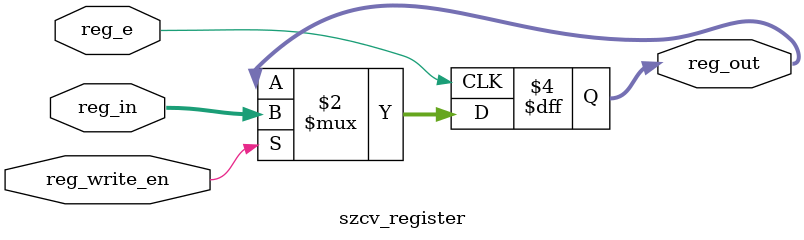
<source format=v>
module szcv_register(reg_e, reg_write_en, reg_in, reg_out);
	input           reg_e;
    input           reg_write_en;
	input	    [3:0] reg_in;
	output	reg [3:0] reg_out;
	
	always @(posedge reg_e) begin
		if(reg_write_en) begin 
            reg_out <= reg_in;
            end
	end
endmodule
</source>
